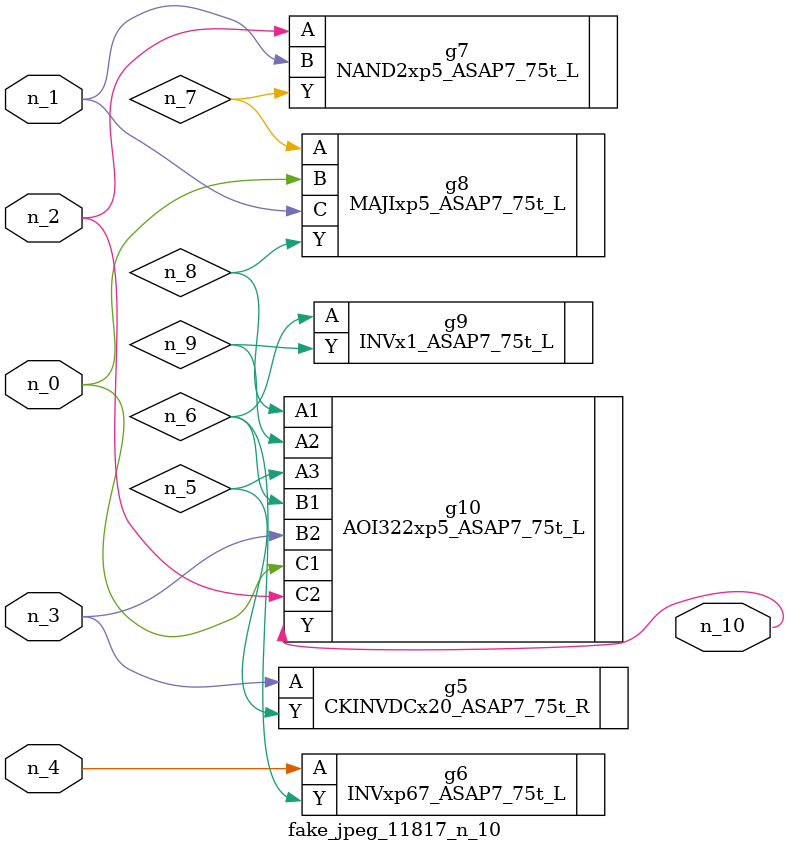
<source format=v>
module fake_jpeg_11817_n_10 (n_3, n_2, n_1, n_0, n_4, n_10);

input n_3;
input n_2;
input n_1;
input n_0;
input n_4;

output n_10;

wire n_8;
wire n_9;
wire n_6;
wire n_5;
wire n_7;

CKINVDCx20_ASAP7_75t_R g5 ( 
.A(n_3),
.Y(n_5)
);

INVxp67_ASAP7_75t_L g6 ( 
.A(n_4),
.Y(n_6)
);

NAND2xp5_ASAP7_75t_L g7 ( 
.A(n_2),
.B(n_1),
.Y(n_7)
);

MAJIxp5_ASAP7_75t_L g8 ( 
.A(n_7),
.B(n_0),
.C(n_1),
.Y(n_8)
);

AOI322xp5_ASAP7_75t_L g10 ( 
.A1(n_8),
.A2(n_9),
.A3(n_5),
.B1(n_6),
.B2(n_3),
.C1(n_0),
.C2(n_2),
.Y(n_10)
);

INVx1_ASAP7_75t_L g9 ( 
.A(n_6),
.Y(n_9)
);


endmodule
</source>
